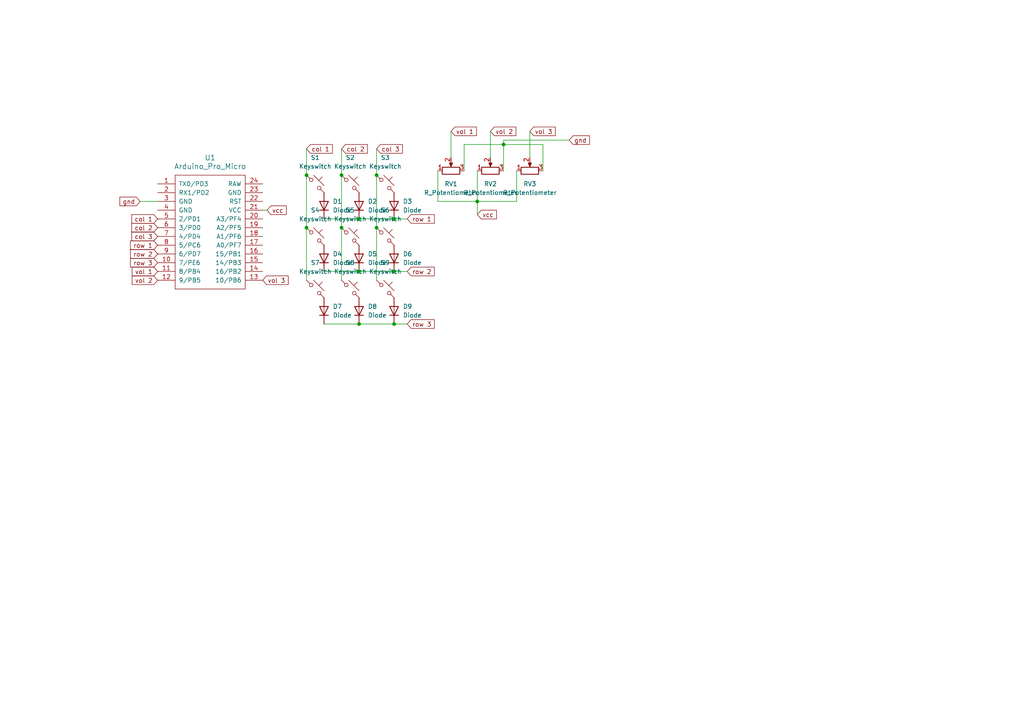
<source format=kicad_sch>
(kicad_sch (version 20231120) (generator "eeschema") (generator_version "8.0")
  (paper "A4")
  (lib_symbols
    (symbol "Device:R_Potentiometer" (pin_names (offset 1.016) hide)
      (property "Reference" "RV" (at -4.445 0 90))
      (property "Value" "R_Potentiometer" (at -2.54 0 90))
      (symbol "R_Potentiometer_0_1"
        (polyline (pts (xy 2.54 0) (xy 1.524 0)))
        (polyline (pts (xy 1.143 0) (xy 2.286 0.508) (xy 2.286 -0.508) (xy 1.143 0)) (fill (type outline)))
        (rectangle (start 1.016 2.54) (end -1.016 -2.54) (stroke (width 0.254)))
      )
      (symbol "R_Potentiometer_1_1"
        (pin passive line (at 0 3.81 270) (length 1.27) (name "1") (number "1"))
        (pin passive line (at 3.81 0 180) (length 1.27) (name "2") (number "2"))
        (pin passive line (at 0 -3.81 90) (length 1.27) (name "3") (number "3"))
      )
    )
    (symbol "ScottoKeebs:MCU_Arduino_Pro_Micro" (pin_names (offset 1.016))
      (property "Reference" "U" (at 0 0 0))
      (property "Value" "Arduino_Pro_Micro" (at 0 -19.05 0))
      (symbol "MCU_Arduino_Pro_Micro_0_1"
        (rectangle (start -10.16 16.51) (end 10.16 -16.51))
      )
      (symbol "MCU_Arduino_Pro_Micro_1_1"
        (pin input line (at -15.24 13.97 0) (length 5.08) (name "TX0/PD3") (number "1"))
        (pin input line (at -15.24 -8.89 0) (length 5.08) (name "7/PE6") (number "10"))
        (pin input line (at -15.24 -11.43 0) (length 5.08) (name "8/PB4") (number "11"))
        (pin input line (at -15.24 -13.97 0) (length 5.08) (name "9/PB5") (number "12"))
        (pin input line (at 15.24 -13.97 180) (length 5.08) (name "10/PB6") (number "13"))
        (pin input line (at 15.24 -11.43 180) (length 5.08) (name "16/PB2") (number "14"))
        (pin input line (at 15.24 -8.89 180) (length 5.08) (name "14/PB3") (number "15"))
        (pin input line (at 15.24 -6.35 180) (length 5.08) (name "15/PB1") (number "16"))
        (pin input line (at 15.24 -3.81 180) (length 5.08) (name "A0/PF7") (number "17"))
        (pin input line (at 15.24 -1.27 180) (length 5.08) (name "A1/PF6") (number "18"))
        (pin input line (at 15.24 1.27 180) (length 5.08) (name "A2/PF5") (number "19"))
        (pin input line (at -15.24 11.43 0) (length 5.08) (name "RX1/PD2") (number "2"))
        (pin input line (at 15.24 3.81 180) (length 5.08) (name "A3/PF4") (number "20"))
        (pin input line (at 15.24 6.35 180) (length 5.08) (name "VCC") (number "21"))
        (pin input line (at 15.24 8.89 180) (length 5.08) (name "RST") (number "22"))
        (pin input line (at 15.24 11.43 180) (length 5.08) (name "GND") (number "23"))
        (pin input line (at 15.24 13.97 180) (length 5.08) (name "RAW") (number "24"))
        (pin input line (at -15.24 8.89 0) (length 5.08) (name "GND") (number "3"))
        (pin input line (at -15.24 6.35 0) (length 5.08) (name "GND") (number "4"))
        (pin input line (at -15.24 3.81 0) (length 5.08) (name "2/PD1") (number "5"))
        (pin input line (at -15.24 1.27 0) (length 5.08) (name "3/PD0") (number "6"))
        (pin input line (at -15.24 -1.27 0) (length 5.08) (name "4/PD4") (number "7"))
        (pin input line (at -15.24 -3.81 0) (length 5.08) (name "5/PC6") (number "8"))
        (pin input line (at -15.24 -6.35 0) (length 5.08) (name "6/PD7") (number "9"))
      )
    )
    (symbol "ScottoKeebs:Placeholder_Diode" (pin_numbers hide) (pin_names hide)
      (property "Reference" "D" (at 0 2.54 0))
      (property "Value" "Diode" (at 0 -2.54 0))
      (symbol "Placeholder_Diode_0_1"
        (polyline (pts (xy -1.27 1.27) (xy -1.27 -1.27)) (stroke (width 0.254)))
        (polyline (pts (xy 1.27 0) (xy -1.27 0)))
        (polyline (pts (xy 1.27 1.27) (xy 1.27 -1.27) (xy -1.27 0) (xy 1.27 1.27)) (stroke (width 0.254)))
      )
      (symbol "Placeholder_Diode_1_1"
        (pin passive line (at -3.81 0 0) (length 2.54) (name "K") (number "1"))
        (pin passive line (at 3.81 0 180) (length 2.54) (name "A") (number "2"))
      )
    )
    (symbol "ScottoKeebs:Placeholder_Keyswitch" (pin_numbers hide) (pin_names (offset 1.016) hide)
      (property "Reference" "S" (at 3.048 1.016 0))
      (property "Value" "Keyswitch" (at 0 -3.81 0))
      (symbol "Placeholder_Keyswitch_0_1"
        (circle (center -1.1684 1.1684) (radius 0.508))
        (polyline (pts (xy -0.508 2.54) (xy 2.54 -0.508)))
        (polyline (pts (xy 1.016 1.016) (xy 2.032 2.032)))
        (polyline (pts (xy -2.54 2.54) (xy -1.524 1.524) (xy -1.524 1.524)))
        (polyline (pts (xy 1.524 -1.524) (xy 2.54 -2.54) (xy 2.54 -2.54) (xy 2.54 -2.54)))
        (circle (center 1.143 -1.1938) (radius 0.508))
        (pin passive line (at -2.54 2.54 0) (length 0) (name "1") (number "1"))
        (pin passive line (at 2.54 -2.54 180) (length 0) (name "2") (number "2"))
      )
    )
  )
  (junction (at 114.3 78.74))
  (junction (at 88.9 50.8))
  (junction (at 114.3 93.98))
  (junction (at 88.9 66.04))
  (junction (at 138.43 58.42))
  (junction (at 109.22 50.8))
  (junction (at 104.14 93.98))
  (junction (at 104.14 63.5))
  (junction (at 114.3 63.5))
  (junction (at 109.22 66.04))
  (junction (at 99.06 50.8))
  (junction (at 99.06 66.04))
  (junction (at 104.14 78.74))
  (junction (at 146.05 41.91))
  (wire (pts (xy 134.62 49.53) (xy 134.62 41.91)))
  (wire (pts (xy 104.14 78.74) (xy 114.3 78.74)))
  (wire (pts (xy 93.98 78.74) (xy 104.14 78.74)))
  (wire (pts (xy 146.05 41.91) (xy 157.48 41.91)))
  (wire (pts (xy 118.11 93.98) (xy 114.3 93.98)))
  (wire (pts (xy 149.86 49.53) (xy 149.86 58.42)))
  (wire (pts (xy 127 49.53) (xy 127 58.42)))
  (wire (pts (xy 99.06 50.8) (xy 99.06 66.04)))
  (wire (pts (xy 138.43 58.42) (xy 138.43 49.53)))
  (wire (pts (xy 77.47 60.96) (xy 76.2 60.96)))
  (wire (pts (xy 99.06 66.04) (xy 99.06 81.28)))
  (wire (pts (xy 88.9 50.8) (xy 88.9 66.04)))
  (wire (pts (xy 109.22 50.8) (xy 109.22 66.04)))
  (wire (pts (xy 146.05 41.91) (xy 146.05 49.53)))
  (wire (pts (xy 118.11 63.5) (xy 114.3 63.5)))
  (wire (pts (xy 138.43 58.42) (xy 149.86 58.42)))
  (wire (pts (xy 93.98 63.5) (xy 104.14 63.5)))
  (wire (pts (xy 104.14 93.98) (xy 114.3 93.98)))
  (wire (pts (xy 88.9 43.18) (xy 88.9 50.8)))
  (wire (pts (xy 142.24 38.1) (xy 142.24 45.72)))
  (wire (pts (xy 93.98 93.98) (xy 104.14 93.98)))
  (wire (pts (xy 153.67 38.1) (xy 153.67 45.72)))
  (wire (pts (xy 104.14 63.5) (xy 114.3 63.5)))
  (wire (pts (xy 99.06 43.18) (xy 99.06 50.8)))
  (wire (pts (xy 88.9 66.04) (xy 88.9 81.28)))
  (wire (pts (xy 127 58.42) (xy 138.43 58.42)))
  (wire (pts (xy 157.48 41.91) (xy 157.48 49.53)))
  (wire (pts (xy 109.22 43.18) (xy 109.22 50.8)))
  (wire (pts (xy 130.81 38.1) (xy 130.81 45.72)))
  (wire (pts (xy 138.43 62.23) (xy 138.43 58.42)))
  (wire (pts (xy 118.11 78.74) (xy 114.3 78.74)))
  (wire (pts (xy 40.64 58.42) (xy 45.72 58.42)))
  (wire (pts (xy 109.22 66.04) (xy 109.22 81.28)))
  (wire (pts (xy 146.05 40.64) (xy 146.05 41.91)))
  (wire (pts (xy 165.1 40.64) (xy 146.05 40.64)))
  (wire (pts (xy 134.62 41.91) (xy 146.05 41.91)))
  (global_label "col 1" (shape input) (at 45.72 63.5 180) (property "Intersheetrefs" "${INTERSHEET_REFS}" (effects (hide yes))))
  (global_label "gnd" (shape input) (at 165.1 40.64 0) (property "Intersheetrefs" "${INTERSHEET_REFS}" (effects (hide yes))))
  (global_label "vol 2" (shape input) (at 45.72 81.28 180) (property "Intersheetrefs" "${INTERSHEET_REFS}" (effects (hide yes))))
  (global_label "vol 3" (shape input) (at 76.2 81.28 0) (property "Intersheetrefs" "${INTERSHEET_REFS}" (effects (hide yes))))
  (global_label "col 3" (shape input) (at 45.72 68.58 180) (property "Intersheetrefs" "${INTERSHEET_REFS}" (effects (hide yes))))
  (global_label "row 3" (shape input) (at 45.72 76.2 180) (property "Intersheetrefs" "${INTERSHEET_REFS}" (effects (hide yes))))
  (global_label "row 2" (shape input) (at 118.11 78.74 0) (property "Intersheetrefs" "${INTERSHEET_REFS}" (effects (hide yes))))
  (global_label "col 1" (shape input) (at 88.9 43.18 0) (property "Intersheetrefs" "${INTERSHEET_REFS}" (effects (hide yes))))
  (global_label "col 2" (shape input) (at 99.06 43.18 0) (property "Intersheetrefs" "${INTERSHEET_REFS}" (effects (hide yes))))
  (global_label "row 1" (shape input) (at 45.72 71.12 180) (property "Intersheetrefs" "${INTERSHEET_REFS}" (effects (hide yes))))
  (global_label "vol 3" (shape input) (at 153.67 38.1 0) (property "Intersheetrefs" "${INTERSHEET_REFS}" (effects (hide yes))))
  (global_label "vol 1" (shape input) (at 130.81 38.1 0) (property "Intersheetrefs" "${INTERSHEET_REFS}" (effects (hide yes))))
  (global_label "vcc" (shape input) (at 138.43 62.23 0) (property "Intersheetrefs" "${INTERSHEET_REFS}" (effects (hide yes))))
  (global_label "vcc" (shape input) (at 77.47 60.96 0) (property "Intersheetrefs" "${INTERSHEET_REFS}" (effects (hide yes))))
  (global_label "vol 2" (shape input) (at 142.24 38.1 0) (property "Intersheetrefs" "${INTERSHEET_REFS}" (effects (hide yes))))
  (global_label "row 1" (shape input) (at 118.11 63.5 0) (property "Intersheetrefs" "${INTERSHEET_REFS}" (effects (hide yes))))
  (global_label "col 2" (shape input) (at 45.72 66.04 180) (property "Intersheetrefs" "${INTERSHEET_REFS}" (effects (hide yes))))
  (global_label "gnd" (shape input) (at 40.64 58.42 180) (property "Intersheetrefs" "${INTERSHEET_REFS}" (effects (hide yes))))
  (global_label "col 3" (shape input) (at 109.22 43.18 0) (property "Intersheetrefs" "${INTERSHEET_REFS}" (effects (hide yes))))
  (global_label "row 2" (shape input) (at 45.72 73.66 180) (property "Intersheetrefs" "${INTERSHEET_REFS}" (effects (hide yes))))
  (global_label "row 3" (shape input) (at 118.11 93.98 0) (property "Intersheetrefs" "${INTERSHEET_REFS}" (effects (hide yes))))
  (global_label "vol 1" (shape input) (at 45.72 78.74 180) (property "Intersheetrefs" "${INTERSHEET_REFS}" (effects (hide yes))))
  (symbol (lib_id "ScottoKeebs:Placeholder_Diode") (at 104.14 90.17 90) (unit 1)
    (property "Reference" "D8" (at 106.68 88.8999 90) (effects (justify right)))
    (property "Value" "Diode" (at 106.68 91.4399 90) (effects (justify right)))
    (property "Footprint" "ScottoKeebs_Scotto:DO-35" (effects (hide yes)))
    (property "Description" "1N4148 (DO-35) or 1N4148W (SOD-123)" (effects (hide yes)))
    (property "Sim.Device" "D" (effects (hide yes)))
    (property "Sim.Pins" "1=K 2=A" (effects (hide yes)))
  )
  (symbol (lib_id "ScottoKeebs:Placeholder_Diode") (at 114.3 59.69 90) (unit 1)
    (property "Reference" "D3" (at 116.84 58.4199 90) (effects (justify right)))
    (property "Value" "Diode" (at 116.84 60.9599 90) (effects (justify right)))
    (property "Footprint" "ScottoKeebs_Scotto:DO-35" (effects (hide yes)))
    (property "Description" "1N4148 (DO-35) or 1N4148W (SOD-123)" (effects (hide yes)))
    (property "Sim.Device" "D" (effects (hide yes)))
    (property "Sim.Pins" "1=K 2=A" (effects (hide yes)))
  )
  (symbol (lib_id "ScottoKeebs:Placeholder_Keyswitch") (at 91.44 53.34 0) (unit 1)
    (property "Reference" "S1" (at 91.44 45.72 0))
    (property "Value" "Keyswitch" (at 91.44 48.26 0))
    (property "Footprint" "ScottoKeebs_MX:MX_PCB_1.00u" (effects (hide yes)))
    (property "Description" "Push button switch, normally open, two pins, 45° tilted" (effects (hide yes)))
  )
  (symbol (lib_id "Device:R_Potentiometer") (at 142.24 49.53 90) (unit 1)
    (property "Reference" "RV2" (at 142.24 53.34 90))
    (property "Value" "R_Potentiometer" (at 142.24 55.88 90))
    (property "Footprint" "Potentiometer_THT:Potentiometer_Alpha_RD901F-40-00D_Single_Vertical" (effects (hide yes)))
    (property "Description" "Potentiometer" (effects (hide yes)))
  )
  (symbol (lib_id "ScottoKeebs:Placeholder_Diode") (at 114.3 74.93 90) (unit 1)
    (property "Reference" "D6" (at 116.84 73.6599 90) (effects (justify right)))
    (property "Value" "Diode" (at 116.84 76.1999 90) (effects (justify right)))
    (property "Footprint" "ScottoKeebs_Scotto:DO-35" (effects (hide yes)))
    (property "Description" "1N4148 (DO-35) or 1N4148W (SOD-123)" (effects (hide yes)))
    (property "Sim.Device" "D" (effects (hide yes)))
    (property "Sim.Pins" "1=K 2=A" (effects (hide yes)))
  )
  (symbol (lib_id "ScottoKeebs:Placeholder_Diode") (at 114.3 90.17 90) (unit 1)
    (property "Reference" "D9" (at 116.84 88.8999 90) (effects (justify right)))
    (property "Value" "Diode" (at 116.84 91.4399 90) (effects (justify right)))
    (property "Footprint" "ScottoKeebs_Scotto:DO-35" (effects (hide yes)))
    (property "Description" "1N4148 (DO-35) or 1N4148W (SOD-123)" (effects (hide yes)))
    (property "Sim.Device" "D" (effects (hide yes)))
    (property "Sim.Pins" "1=K 2=A" (effects (hide yes)))
  )
  (symbol (lib_id "ScottoKeebs:Placeholder_Diode") (at 93.98 59.69 90) (unit 1)
    (property "Reference" "D1" (at 96.52 58.4199 90) (effects (justify right)))
    (property "Value" "Diode" (at 96.52 60.9599 90) (effects (justify right)))
    (property "Footprint" "ScottoKeebs_Scotto:DO-35" (effects (hide yes)))
    (property "Description" "1N4148 (DO-35) or 1N4148W (SOD-123)" (effects (hide yes)))
    (property "Sim.Device" "D" (effects (hide yes)))
    (property "Sim.Pins" "1=K 2=A" (effects (hide yes)))
  )
  (symbol (lib_id "Device:R_Potentiometer") (at 153.67 49.53 90) (unit 1)
    (property "Reference" "RV3" (at 153.67 53.34 90))
    (property "Value" "R_Potentiometer" (at 153.67 55.88 90))
    (property "Footprint" "Potentiometer_THT:Potentiometer_Alpha_RD901F-40-00D_Single_Vertical" (effects (hide yes)))
    (property "Description" "Potentiometer" (effects (hide yes)))
  )
  (symbol (lib_id "ScottoKeebs:MCU_Arduino_Pro_Micro") (at 60.96 67.31 0) (unit 1)
    (property "Reference" "U1" (at 60.96 45.72 0) (effects (font (size 1.524 1.524))))
    (property "Value" "Arduino_Pro_Micro" (at 60.96 48.26 0) (effects (font (size 1.524 1.524))))
    (property "Footprint" "ScottoKeebs_MCU:Arduino_Pro_Micro" (effects (hide yes)))
  )
  (symbol (lib_id "ScottoKeebs:Placeholder_Keyswitch") (at 111.76 83.82 0) (unit 1)
    (property "Reference" "S9" (at 111.76 76.2 0))
    (property "Value" "Keyswitch" (at 111.76 78.74 0))
    (property "Footprint" "ScottoKeebs_MX:MX_PCB_1.00u" (effects (hide yes)))
    (property "Description" "Push button switch, normally open, two pins, 45° tilted" (effects (hide yes)))
  )
  (symbol (lib_id "ScottoKeebs:Placeholder_Keyswitch") (at 111.76 68.58 0) (unit 1)
    (property "Reference" "S6" (at 111.76 60.96 0))
    (property "Value" "Keyswitch" (at 111.76 63.5 0))
    (property "Footprint" "ScottoKeebs_MX:MX_PCB_1.00u" (effects (hide yes)))
    (property "Description" "Push button switch, normally open, two pins, 45° tilted" (effects (hide yes)))
  )
  (symbol (lib_id "ScottoKeebs:Placeholder_Keyswitch") (at 91.44 83.82 0) (unit 1)
    (property "Reference" "S7" (at 91.44 76.2 0))
    (property "Value" "Keyswitch" (at 91.44 78.74 0))
    (property "Footprint" "ScottoKeebs_MX:MX_PCB_1.00u" (effects (hide yes)))
    (property "Description" "Push button switch, normally open, two pins, 45° tilted" (effects (hide yes)))
  )
  (symbol (lib_id "Device:R_Potentiometer") (at 130.81 49.53 90) (unit 1)
    (property "Reference" "RV1" (at 130.81 53.34 90))
    (property "Value" "R_Potentiometer" (at 130.81 55.88 90))
    (property "Footprint" "Potentiometer_THT:Potentiometer_Alpha_RD901F-40-00D_Single_Vertical" (effects (hide yes)))
    (property "Description" "Potentiometer" (effects (hide yes)))
  )
  (symbol (lib_id "ScottoKeebs:Placeholder_Keyswitch") (at 91.44 68.58 0) (unit 1)
    (property "Reference" "S4" (at 91.44 60.96 0))
    (property "Value" "Keyswitch" (at 91.44 63.5 0))
    (property "Footprint" "ScottoKeebs_MX:MX_PCB_1.00u" (effects (hide yes)))
    (property "Description" "Push button switch, normally open, two pins, 45° tilted" (effects (hide yes)))
  )
  (symbol (lib_id "ScottoKeebs:Placeholder_Keyswitch") (at 101.6 68.58 0) (unit 1)
    (property "Reference" "S5" (at 101.6 60.96 0))
    (property "Value" "Keyswitch" (at 101.6 63.5 0))
    (property "Footprint" "ScottoKeebs_MX:MX_PCB_1.00u" (effects (hide yes)))
    (property "Description" "Push button switch, normally open, two pins, 45° tilted" (effects (hide yes)))
  )
  (symbol (lib_id "ScottoKeebs:Placeholder_Diode") (at 93.98 74.93 90) (unit 1)
    (property "Reference" "D4" (at 96.52 73.6599 90) (effects (justify right)))
    (property "Value" "Diode" (at 96.52 76.1999 90) (effects (justify right)))
    (property "Footprint" "ScottoKeebs_Scotto:DO-35" (effects (hide yes)))
    (property "Description" "1N4148 (DO-35) or 1N4148W (SOD-123)" (effects (hide yes)))
    (property "Sim.Device" "D" (effects (hide yes)))
    (property "Sim.Pins" "1=K 2=A" (effects (hide yes)))
  )
  (symbol (lib_id "ScottoKeebs:Placeholder_Diode") (at 93.98 90.17 90) (unit 1)
    (property "Reference" "D7" (at 96.52 88.8999 90) (effects (justify right)))
    (property "Value" "Diode" (at 96.52 91.4399 90) (effects (justify right)))
    (property "Footprint" "ScottoKeebs_Scotto:DO-35" (effects (hide yes)))
    (property "Description" "1N4148 (DO-35) or 1N4148W (SOD-123)" (effects (hide yes)))
    (property "Sim.Device" "D" (effects (hide yes)))
    (property "Sim.Pins" "1=K 2=A" (effects (hide yes)))
  )
  (symbol (lib_id "ScottoKeebs:Placeholder_Keyswitch") (at 101.6 53.34 0) (unit 1)
    (property "Reference" "S2" (at 101.6 45.72 0))
    (property "Value" "Keyswitch" (at 101.6 48.26 0))
    (property "Footprint" "ScottoKeebs_MX:MX_PCB_1.00u" (effects (hide yes)))
    (property "Description" "Push button switch, normally open, two pins, 45° tilted" (effects (hide yes)))
  )
  (symbol (lib_id "ScottoKeebs:Placeholder_Keyswitch") (at 101.6 83.82 0) (unit 1)
    (property "Reference" "S8" (at 101.6 76.2 0))
    (property "Value" "Keyswitch" (at 101.6 78.74 0))
    (property "Footprint" "ScottoKeebs_MX:MX_PCB_1.00u" (effects (hide yes)))
    (property "Description" "Push button switch, normally open, two pins, 45° tilted" (effects (hide yes)))
  )
  (symbol (lib_id "ScottoKeebs:Placeholder_Diode") (at 104.14 59.69 90) (unit 1)
    (property "Reference" "D2" (at 106.68 58.4199 90) (effects (justify right)))
    (property "Value" "Diode" (at 106.68 60.9599 90) (effects (justify right)))
    (property "Footprint" "ScottoKeebs_Scotto:DO-35" (effects (hide yes)))
    (property "Description" "1N4148 (DO-35) or 1N4148W (SOD-123)" (effects (hide yes)))
    (property "Sim.Device" "D" (effects (hide yes)))
    (property "Sim.Pins" "1=K 2=A" (effects (hide yes)))
  )
  (symbol (lib_id "ScottoKeebs:Placeholder_Diode") (at 104.14 74.93 90) (unit 1)
    (property "Reference" "D5" (at 106.68 73.6599 90) (effects (justify right)))
    (property "Value" "Diode" (at 106.68 76.1999 90) (effects (justify right)))
    (property "Footprint" "ScottoKeebs_Scotto:DO-35" (effects (hide yes)))
    (property "Description" "1N4148 (DO-35) or 1N4148W (SOD-123)" (effects (hide yes)))
    (property "Sim.Device" "D" (effects (hide yes)))
    (property "Sim.Pins" "1=K 2=A" (effects (hide yes)))
  )
  (symbol (lib_id "ScottoKeebs:Placeholder_Keyswitch") (at 111.76 53.34 0) (unit 1)
    (property "Reference" "S3" (at 111.76 45.72 0))
    (property "Value" "Keyswitch" (at 111.76 48.26 0))
    (property "Footprint" "ScottoKeebs_MX:MX_PCB_1.00u" (effects (hide yes)))
    (property "Description" "Push button switch, normally open, two pins, 45° tilted" (effects (hide yes)))
  )
)
</source>
